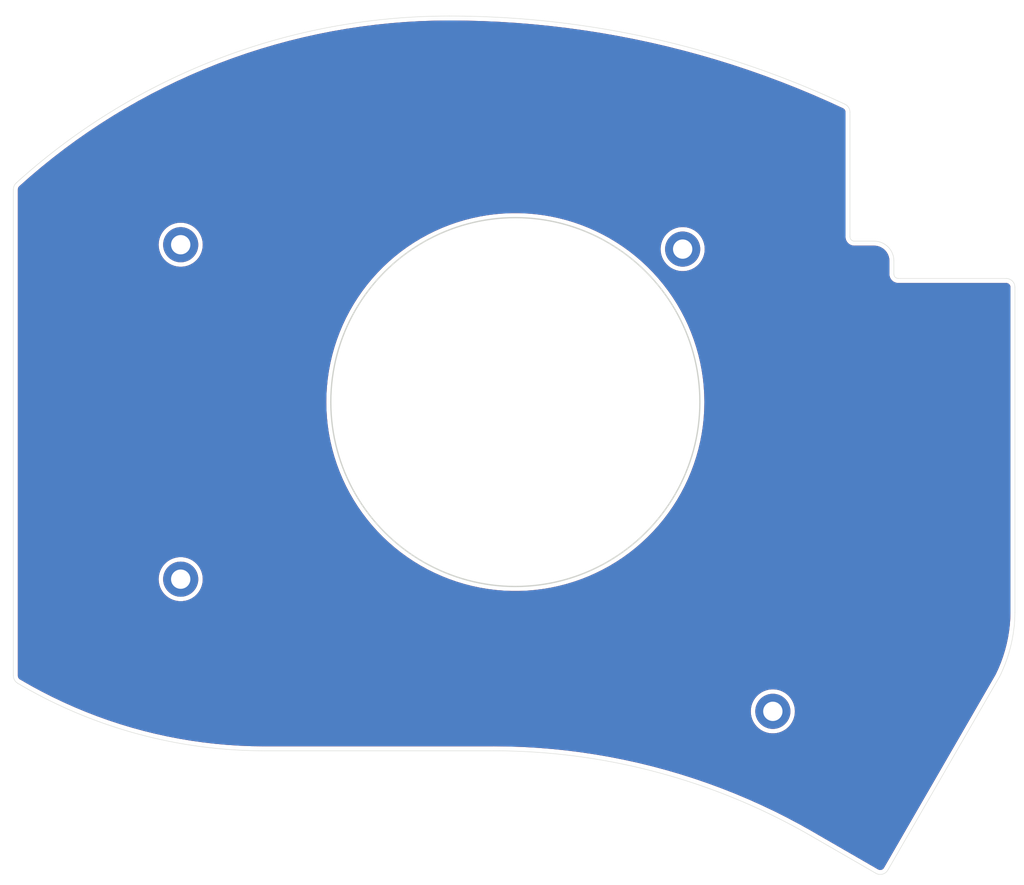
<source format=kicad_pcb>
(kicad_pcb (version 20211014) (generator pcbnew)
  (title_block (title "Swoop MX") (date "2021-12-10") (rev "0.1") (company "jmnw"))
  (layers (0 "F.Cu" signal) (31 "B.Cu" signal) (34 "B.Paste" user) (35 "F.Paste" user) (36 "B.SilkS" user "B.Silkscreen") (37 "F.SilkS" user "F.Silkscreen") (38 "B.Mask" user) (39 "F.Mask" user) (44 "Edge.Cuts" user))
  (net 0 "")
  (footprint "swoop:M2_hole_4mm" (layer "F.Cu") (at 138.429505 86.289097)
    (fp_text reference "H3" hide)
    (fp_text value "M2 Hole" hide)
    (pad "" thru_hole circle (at 0 0) (size 4 4) (drill 2.2) (layers *.Cu *.Mask))
  )
  (footprint "swoop:M2_hole_4mm" (layer "F.Cu") (at 81.279505 85.789596)
    (fp_text reference "H1" hide)
    (fp_text value "M2 Hole" hide)
    (pad "" thru_hole circle (at 0 0) (size 4 4) (drill 2.2) (layers *.Cu *.Mask))
  )
  (footprint "swoop:M2_hole_4mm" (layer "F.Cu") (at 81.2795 123.889595)
    (fp_text reference "H2" hide)
    (fp_text value "M2 Hole" hide)
    (pad "" thru_hole circle (at 0 0) (size 4 4) (drill 2.2) (layers *.Cu *.Mask))
  )
  (footprint "swoop:M2_hole_4mm" (layer "F.Cu") (at 148.696199 138.946853 -22.5)
    (fp_text reference "H4" hide)
    (fp_text value "M2 Hole" hide)
    (pad "" thru_hole circle (at 0 0 337.5) (size 4 4) (drill 2.2) (layers *.Cu *.Mask))
  )
  (gr_line (start 162.979067 89.63452) (end 175.260003 89.634348) (layer "Edge.Cuts") (width 0.05))
  (gr_line (start 62.229901 79.489847) (end 62.229898 134.889748) (layer "Edge.Cuts") (width 0.05))
  (gr_line (start 157.47896 84.88463) (end 157.47896 70.688766) (layer "Edge.Cuts") (width 0.05))
  (gr_line (start 176.260009 90.634345) (end 176.2599 127.668909) (layer "Edge.Cuts") (width 0.05))
  (gr_arc (start 62.553703 78.753192) (mid 85.434102 64.657037) (end 111.854245 59.738676) (layer "Edge.Cuts") (width 0.05))
  (gr_arc (start 160.228903 85.384454) (mid 161.819935 86.043516) (end 162.478889 87.634592) (layer "Edge.Cuts") (width 0.05))
  (gr_arc (start 156.903702 69.783193) (mid 157.322987 70.152346) (end 157.47896 70.688766) (layer "Edge.Cuts") (width 0.05))
  (gr_line (start 116.866694 143.439752) (end 90.804811 143.440092) (layer "Edge.Cuts") (width 0.05))
  (gr_arc (start 90.804811 143.440092) (mid 76.236013 141.479972) (end 62.703299 135.739103) (layer "Edge.Cuts") (width 0.05))
  (gr_line (start 160.424921 157.39489) (end 153.042235 153.132489) (layer "Edge.Cuts") (width 0.05))
  (gr_circle (center 119.379337 103.713642) (end 140.389734 103.713642) (layer "Edge.Cuts") (width 0.15) (fill none))
  (gr_arc (start 162.979067 89.63452) (mid 162.625512 89.488075) (end 162.479063 89.134522) (layer "Edge.Cuts") (width 0.05))
  (gr_line (start 157.978962 85.384631) (end 160.228903 85.384454) (layer "Edge.Cuts") (width 0.05))
  (gr_line (start 162.478889 87.634592) (end 162.479063 89.134522) (layer "Edge.Cuts") (width 0.05))
  (gr_arc (start 175.260003 89.634348) (mid 175.96711 89.927241) (end 176.260009 90.634345) (layer "Edge.Cuts") (width 0.05))
  (gr_arc (start 111.854245 59.738676) (mid 134.932066 62.280325) (end 156.903702 69.783193) (layer "Edge.Cuts") (width 0.05))
  (gr_arc (start 116.866694 143.439752) (mid 135.592471 145.904932) (end 153.042235 153.132489) (layer "Edge.Cuts") (width 0.05))
  (gr_arc (start 161.790949 157.028856) (mid 161.183743 157.494787) (end 160.424921 157.39489) (layer "Edge.Cuts") (width 0.05))
  (gr_arc (start 157.978962 85.384631) (mid 157.625406 85.238186) (end 157.47896 84.88463) (layer "Edge.Cuts") (width 0.05))
  (gr_arc (start 62.703299 135.739103) (mid 62.356242 135.375934) (end 62.229898 134.889748) (layer "Edge.Cuts") (width 0.05))
  (gr_arc (start 62.229901 79.489847) (mid 62.314424 79.087507) (end 62.553703 78.753192) (layer "Edge.Cuts") (width 0.05))
  (gr_arc (start 176.2599 127.668909) (mid 175.802813 131.430259) (end 174.513208 134.993067) (layer "Edge.Cuts") (width 0.05))
  (gr_line (start 161.790949 157.028856) (end 174.513208 134.993067) (layer "Edge.Cuts") (width 0.05))
  (zone (net 0) (net_name "") (layers F&B.Cu) (connect_pads (clearance 0.508)) (min_thickness 0.254) (fill yes (thermal_gap 0.508) (thermal_bridge_width 0.508) (island_removal_mode 1) (island_area_min 0))
    (polygon (pts (xy 177.292 158.75) (xy 60.706 158.75) (xy 60.706 57.912) (xy 177.292 57.912)))
  )
)
</source>
